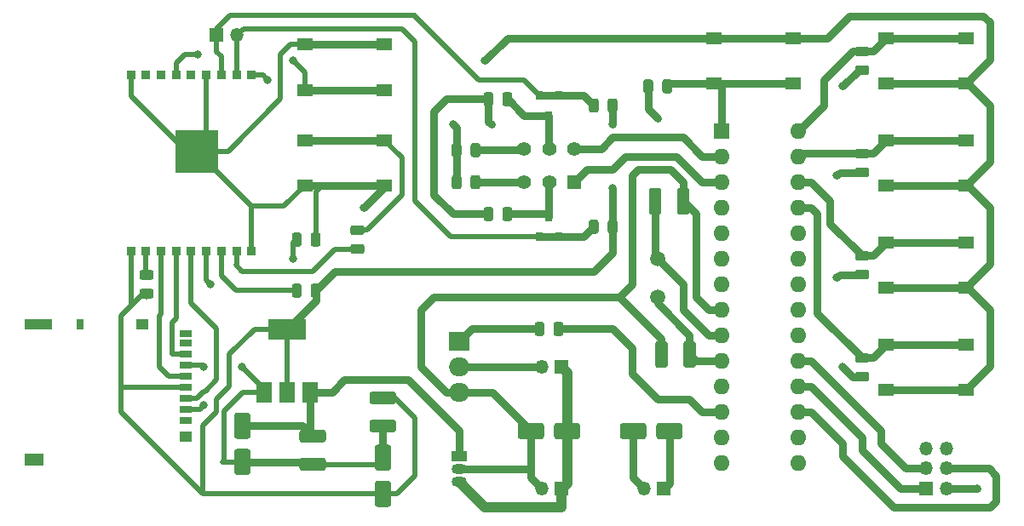
<source format=gbr>
%TF.GenerationSoftware,KiCad,Pcbnew,(5.1.6)-1*%
%TF.CreationDate,2020-08-22T17:33:05+07:00*%
%TF.ProjectId,PCB design,50434220-6465-4736-9967-6e2e6b696361,rev?*%
%TF.SameCoordinates,Original*%
%TF.FileFunction,Copper,L1,Top*%
%TF.FilePolarity,Positive*%
%FSLAX46Y46*%
G04 Gerber Fmt 4.6, Leading zero omitted, Abs format (unit mm)*
G04 Created by KiCad (PCBNEW (5.1.6)-1) date 2020-08-22 17:33:05*
%MOMM*%
%LPD*%
G01*
G04 APERTURE LIST*
%TA.AperFunction,SMDPad,CuDef*%
%ADD10R,1.550000X1.300000*%
%TD*%
%TA.AperFunction,ComponentPad*%
%ADD11C,1.500000*%
%TD*%
%TA.AperFunction,ComponentPad*%
%ADD12C,1.400000*%
%TD*%
%TA.AperFunction,ComponentPad*%
%ADD13R,1.400000X1.400000*%
%TD*%
%TA.AperFunction,ComponentPad*%
%ADD14O,1.350000X1.350000*%
%TD*%
%TA.AperFunction,ComponentPad*%
%ADD15R,1.350000X1.350000*%
%TD*%
%TA.AperFunction,ComponentPad*%
%ADD16O,2.000000X1.905000*%
%TD*%
%TA.AperFunction,ComponentPad*%
%ADD17R,2.000000X1.905000*%
%TD*%
%TA.AperFunction,SMDPad,CuDef*%
%ADD18R,0.800000X0.900000*%
%TD*%
%TA.AperFunction,SMDPad,CuDef*%
%ADD19R,1.900000X1.300000*%
%TD*%
%TA.AperFunction,SMDPad,CuDef*%
%ADD20R,2.800000X1.000000*%
%TD*%
%TA.AperFunction,SMDPad,CuDef*%
%ADD21R,0.800000X1.000000*%
%TD*%
%TA.AperFunction,SMDPad,CuDef*%
%ADD22R,1.200000X1.000000*%
%TD*%
%TA.AperFunction,SMDPad,CuDef*%
%ADD23R,1.200000X0.700000*%
%TD*%
%TA.AperFunction,ComponentPad*%
%ADD24R,1.500000X1.050000*%
%TD*%
%TA.AperFunction,ComponentPad*%
%ADD25O,1.500000X1.050000*%
%TD*%
%TA.AperFunction,SMDPad,CuDef*%
%ADD26R,1.500000X2.000000*%
%TD*%
%TA.AperFunction,SMDPad,CuDef*%
%ADD27R,3.800000X2.000000*%
%TD*%
%TA.AperFunction,ComponentPad*%
%ADD28O,1.600000X1.600000*%
%TD*%
%TA.AperFunction,ComponentPad*%
%ADD29R,1.600000X1.600000*%
%TD*%
%TA.AperFunction,SMDPad,CuDef*%
%ADD30R,4.300000X4.300000*%
%TD*%
%TA.AperFunction,SMDPad,CuDef*%
%ADD31R,0.912500X0.850000*%
%TD*%
%TA.AperFunction,ViaPad*%
%ADD32C,0.800000*%
%TD*%
%TA.AperFunction,Conductor*%
%ADD33C,0.760000*%
%TD*%
%TA.AperFunction,Conductor*%
%ADD34C,0.500000*%
%TD*%
%TA.AperFunction,Conductor*%
%ADD35C,1.000000*%
%TD*%
G04 APERTURE END LIST*
D10*
%TO.P,SW5,2*%
%TO.N,GND*%
X134150000Y-141950000D03*
%TO.P,SW5,1*%
%TO.N,/BUTTON2*%
X134150000Y-137450000D03*
X126200000Y-137450000D03*
%TO.P,SW5,2*%
%TO.N,GND*%
X126200000Y-141950000D03*
%TD*%
%TO.P,SW7,2*%
%TO.N,GND*%
X134150000Y-121630000D03*
%TO.P,SW7,1*%
%TO.N,/BUTTON4*%
X134150000Y-117130000D03*
X126200000Y-117130000D03*
%TO.P,SW7,2*%
%TO.N,GND*%
X126200000Y-121630000D03*
%TD*%
%TO.P,SW6,2*%
%TO.N,GND*%
X134150000Y-131790000D03*
%TO.P,SW6,1*%
%TO.N,/BUTTON3*%
X134150000Y-127290000D03*
X126200000Y-127290000D03*
%TO.P,SW6,2*%
%TO.N,GND*%
X126200000Y-131790000D03*
%TD*%
%TO.P,SW4,2*%
%TO.N,GND*%
X134150000Y-152110000D03*
%TO.P,SW4,1*%
%TO.N,/BUTTON1*%
X134150000Y-147610000D03*
X126200000Y-147610000D03*
%TO.P,SW4,2*%
%TO.N,GND*%
X126200000Y-152110000D03*
%TD*%
%TO.P,SW3,2*%
%TO.N,Net-(SW3-Pad2)*%
X76365000Y-122265000D03*
%TO.P,SW3,1*%
%TO.N,GND*%
X76365000Y-117765000D03*
X68415000Y-117765000D03*
%TO.P,SW3,2*%
%TO.N,Net-(SW3-Pad2)*%
X68415000Y-122265000D03*
%TD*%
%TO.P,SW2,2*%
%TO.N,GND*%
X76365000Y-131790000D03*
%TO.P,SW2,1*%
%TO.N,Net-(R3-Pad2)*%
X76365000Y-127290000D03*
X68415000Y-127290000D03*
%TO.P,SW2,2*%
%TO.N,GND*%
X68415000Y-131790000D03*
%TD*%
%TO.P,SW1,2*%
%TO.N,/RESET*%
X117005000Y-121630000D03*
%TO.P,SW1,1*%
%TO.N,GND*%
X117005000Y-117130000D03*
X109055000Y-117130000D03*
%TO.P,SW1,2*%
%TO.N,/RESET*%
X109055000Y-121630000D03*
%TD*%
%TO.P,D2,2*%
%TO.N,Net-(D2-Pad2)*%
%TA.AperFunction,SMDPad,CuDef*%
G36*
G01*
X84905000Y-128726250D02*
X84905000Y-127813750D01*
G75*
G02*
X85148750Y-127570000I243750J0D01*
G01*
X85636250Y-127570000D01*
G75*
G02*
X85880000Y-127813750I0J-243750D01*
G01*
X85880000Y-128726250D01*
G75*
G02*
X85636250Y-128970000I-243750J0D01*
G01*
X85148750Y-128970000D01*
G75*
G02*
X84905000Y-128726250I0J243750D01*
G01*
G37*
%TD.AperFunction*%
%TO.P,D2,1*%
%TO.N,GND*%
%TA.AperFunction,SMDPad,CuDef*%
G36*
G01*
X83030000Y-128726250D02*
X83030000Y-127813750D01*
G75*
G02*
X83273750Y-127570000I243750J0D01*
G01*
X83761250Y-127570000D01*
G75*
G02*
X84005000Y-127813750I0J-243750D01*
G01*
X84005000Y-128726250D01*
G75*
G02*
X83761250Y-128970000I-243750J0D01*
G01*
X83273750Y-128970000D01*
G75*
G02*
X83030000Y-128726250I0J243750D01*
G01*
G37*
%TD.AperFunction*%
%TD*%
%TO.P,D1,2*%
%TO.N,Net-(D1-Pad2)*%
%TA.AperFunction,SMDPad,CuDef*%
G36*
G01*
X84905000Y-131901250D02*
X84905000Y-130988750D01*
G75*
G02*
X85148750Y-130745000I243750J0D01*
G01*
X85636250Y-130745000D01*
G75*
G02*
X85880000Y-130988750I0J-243750D01*
G01*
X85880000Y-131901250D01*
G75*
G02*
X85636250Y-132145000I-243750J0D01*
G01*
X85148750Y-132145000D01*
G75*
G02*
X84905000Y-131901250I0J243750D01*
G01*
G37*
%TD.AperFunction*%
%TO.P,D1,1*%
%TO.N,GND*%
%TA.AperFunction,SMDPad,CuDef*%
G36*
G01*
X83030000Y-131901250D02*
X83030000Y-130988750D01*
G75*
G02*
X83273750Y-130745000I243750J0D01*
G01*
X83761250Y-130745000D01*
G75*
G02*
X84005000Y-130988750I0J-243750D01*
G01*
X84005000Y-131901250D01*
G75*
G02*
X83761250Y-132145000I-243750J0D01*
G01*
X83273750Y-132145000D01*
G75*
G02*
X83030000Y-131901250I0J243750D01*
G01*
G37*
%TD.AperFunction*%
%TD*%
%TO.P,C8,2*%
%TO.N,GND*%
%TA.AperFunction,SMDPad,CuDef*%
G36*
G01*
X76750000Y-160155000D02*
X75650000Y-160155000D01*
G75*
G02*
X75400000Y-159905000I0J250000D01*
G01*
X75400000Y-157805000D01*
G75*
G02*
X75650000Y-157555000I250000J0D01*
G01*
X76750000Y-157555000D01*
G75*
G02*
X77000000Y-157805000I0J-250000D01*
G01*
X77000000Y-159905000D01*
G75*
G02*
X76750000Y-160155000I-250000J0D01*
G01*
G37*
%TD.AperFunction*%
%TO.P,C8,1*%
%TO.N,+3V3*%
%TA.AperFunction,SMDPad,CuDef*%
G36*
G01*
X76750000Y-163755000D02*
X75650000Y-163755000D01*
G75*
G02*
X75400000Y-163505000I0J250000D01*
G01*
X75400000Y-161405000D01*
G75*
G02*
X75650000Y-161155000I250000J0D01*
G01*
X76750000Y-161155000D01*
G75*
G02*
X77000000Y-161405000I0J-250000D01*
G01*
X77000000Y-163505000D01*
G75*
G02*
X76750000Y-163755000I-250000J0D01*
G01*
G37*
%TD.AperFunction*%
%TD*%
%TO.P,C7,2*%
%TO.N,GND*%
%TA.AperFunction,SMDPad,CuDef*%
G36*
G01*
X102370000Y-155660000D02*
X102370000Y-156760000D01*
G75*
G02*
X102120000Y-157010000I-250000J0D01*
G01*
X100020000Y-157010000D01*
G75*
G02*
X99770000Y-156760000I0J250000D01*
G01*
X99770000Y-155660000D01*
G75*
G02*
X100020000Y-155410000I250000J0D01*
G01*
X102120000Y-155410000D01*
G75*
G02*
X102370000Y-155660000I0J-250000D01*
G01*
G37*
%TD.AperFunction*%
%TO.P,C7,1*%
%TO.N,+5V*%
%TA.AperFunction,SMDPad,CuDef*%
G36*
G01*
X105970000Y-155660000D02*
X105970000Y-156760000D01*
G75*
G02*
X105720000Y-157010000I-250000J0D01*
G01*
X103620000Y-157010000D01*
G75*
G02*
X103370000Y-156760000I0J250000D01*
G01*
X103370000Y-155660000D01*
G75*
G02*
X103620000Y-155410000I250000J0D01*
G01*
X105720000Y-155410000D01*
G75*
G02*
X105970000Y-155660000I0J-250000D01*
G01*
G37*
%TD.AperFunction*%
%TD*%
%TO.P,C5,2*%
%TO.N,GND*%
%TA.AperFunction,SMDPad,CuDef*%
G36*
G01*
X92210000Y-155660000D02*
X92210000Y-156760000D01*
G75*
G02*
X91960000Y-157010000I-250000J0D01*
G01*
X89860000Y-157010000D01*
G75*
G02*
X89610000Y-156760000I0J250000D01*
G01*
X89610000Y-155660000D01*
G75*
G02*
X89860000Y-155410000I250000J0D01*
G01*
X91960000Y-155410000D01*
G75*
G02*
X92210000Y-155660000I0J-250000D01*
G01*
G37*
%TD.AperFunction*%
%TO.P,C5,1*%
%TO.N,+24V*%
%TA.AperFunction,SMDPad,CuDef*%
G36*
G01*
X95810000Y-155660000D02*
X95810000Y-156760000D01*
G75*
G02*
X95560000Y-157010000I-250000J0D01*
G01*
X93460000Y-157010000D01*
G75*
G02*
X93210000Y-156760000I0J250000D01*
G01*
X93210000Y-155660000D01*
G75*
G02*
X93460000Y-155410000I250000J0D01*
G01*
X95560000Y-155410000D01*
G75*
G02*
X95810000Y-155660000I0J-250000D01*
G01*
G37*
%TD.AperFunction*%
%TD*%
%TO.P,C3,2*%
%TO.N,GND*%
%TA.AperFunction,SMDPad,CuDef*%
G36*
G01*
X61680000Y-157980000D02*
X62780000Y-157980000D01*
G75*
G02*
X63030000Y-158230000I0J-250000D01*
G01*
X63030000Y-160330000D01*
G75*
G02*
X62780000Y-160580000I-250000J0D01*
G01*
X61680000Y-160580000D01*
G75*
G02*
X61430000Y-160330000I0J250000D01*
G01*
X61430000Y-158230000D01*
G75*
G02*
X61680000Y-157980000I250000J0D01*
G01*
G37*
%TD.AperFunction*%
%TO.P,C3,1*%
%TO.N,+5V*%
%TA.AperFunction,SMDPad,CuDef*%
G36*
G01*
X61680000Y-154380000D02*
X62780000Y-154380000D01*
G75*
G02*
X63030000Y-154630000I0J-250000D01*
G01*
X63030000Y-156730000D01*
G75*
G02*
X62780000Y-156980000I-250000J0D01*
G01*
X61680000Y-156980000D01*
G75*
G02*
X61430000Y-156730000I0J250000D01*
G01*
X61430000Y-154630000D01*
G75*
G02*
X61680000Y-154380000I250000J0D01*
G01*
G37*
%TD.AperFunction*%
%TD*%
D11*
%TO.P,Y1,2*%
%TO.N,Net-(C1-Pad1)*%
X103505000Y-139075000D03*
%TO.P,Y1,1*%
%TO.N,Net-(C2-Pad1)*%
X103505000Y-142875000D03*
%TD*%
%TO.P,R14,2*%
%TO.N,/BUTTON4*%
%TA.AperFunction,SMDPad,CuDef*%
G36*
G01*
X124281250Y-118930000D02*
X123368750Y-118930000D01*
G75*
G02*
X123125000Y-118686250I0J243750D01*
G01*
X123125000Y-118198750D01*
G75*
G02*
X123368750Y-117955000I243750J0D01*
G01*
X124281250Y-117955000D01*
G75*
G02*
X124525000Y-118198750I0J-243750D01*
G01*
X124525000Y-118686250D01*
G75*
G02*
X124281250Y-118930000I-243750J0D01*
G01*
G37*
%TD.AperFunction*%
%TO.P,R14,1*%
%TO.N,+5V*%
%TA.AperFunction,SMDPad,CuDef*%
G36*
G01*
X124281250Y-120805000D02*
X123368750Y-120805000D01*
G75*
G02*
X123125000Y-120561250I0J243750D01*
G01*
X123125000Y-120073750D01*
G75*
G02*
X123368750Y-119830000I243750J0D01*
G01*
X124281250Y-119830000D01*
G75*
G02*
X124525000Y-120073750I0J-243750D01*
G01*
X124525000Y-120561250D01*
G75*
G02*
X124281250Y-120805000I-243750J0D01*
G01*
G37*
%TD.AperFunction*%
%TD*%
%TO.P,R13,2*%
%TO.N,/BUTTON3*%
%TA.AperFunction,SMDPad,CuDef*%
G36*
G01*
X124281250Y-129090000D02*
X123368750Y-129090000D01*
G75*
G02*
X123125000Y-128846250I0J243750D01*
G01*
X123125000Y-128358750D01*
G75*
G02*
X123368750Y-128115000I243750J0D01*
G01*
X124281250Y-128115000D01*
G75*
G02*
X124525000Y-128358750I0J-243750D01*
G01*
X124525000Y-128846250D01*
G75*
G02*
X124281250Y-129090000I-243750J0D01*
G01*
G37*
%TD.AperFunction*%
%TO.P,R13,1*%
%TO.N,+5V*%
%TA.AperFunction,SMDPad,CuDef*%
G36*
G01*
X124281250Y-130965000D02*
X123368750Y-130965000D01*
G75*
G02*
X123125000Y-130721250I0J243750D01*
G01*
X123125000Y-130233750D01*
G75*
G02*
X123368750Y-129990000I243750J0D01*
G01*
X124281250Y-129990000D01*
G75*
G02*
X124525000Y-130233750I0J-243750D01*
G01*
X124525000Y-130721250D01*
G75*
G02*
X124281250Y-130965000I-243750J0D01*
G01*
G37*
%TD.AperFunction*%
%TD*%
%TO.P,R12,2*%
%TO.N,/BUTTON2*%
%TA.AperFunction,SMDPad,CuDef*%
G36*
G01*
X124281250Y-139250000D02*
X123368750Y-139250000D01*
G75*
G02*
X123125000Y-139006250I0J243750D01*
G01*
X123125000Y-138518750D01*
G75*
G02*
X123368750Y-138275000I243750J0D01*
G01*
X124281250Y-138275000D01*
G75*
G02*
X124525000Y-138518750I0J-243750D01*
G01*
X124525000Y-139006250D01*
G75*
G02*
X124281250Y-139250000I-243750J0D01*
G01*
G37*
%TD.AperFunction*%
%TO.P,R12,1*%
%TO.N,+5V*%
%TA.AperFunction,SMDPad,CuDef*%
G36*
G01*
X124281250Y-141125000D02*
X123368750Y-141125000D01*
G75*
G02*
X123125000Y-140881250I0J243750D01*
G01*
X123125000Y-140393750D01*
G75*
G02*
X123368750Y-140150000I243750J0D01*
G01*
X124281250Y-140150000D01*
G75*
G02*
X124525000Y-140393750I0J-243750D01*
G01*
X124525000Y-140881250D01*
G75*
G02*
X124281250Y-141125000I-243750J0D01*
G01*
G37*
%TD.AperFunction*%
%TD*%
%TO.P,R11,2*%
%TO.N,/BUTTON1*%
%TA.AperFunction,SMDPad,CuDef*%
G36*
G01*
X124281250Y-149410000D02*
X123368750Y-149410000D01*
G75*
G02*
X123125000Y-149166250I0J243750D01*
G01*
X123125000Y-148678750D01*
G75*
G02*
X123368750Y-148435000I243750J0D01*
G01*
X124281250Y-148435000D01*
G75*
G02*
X124525000Y-148678750I0J-243750D01*
G01*
X124525000Y-149166250D01*
G75*
G02*
X124281250Y-149410000I-243750J0D01*
G01*
G37*
%TD.AperFunction*%
%TO.P,R11,1*%
%TO.N,+5V*%
%TA.AperFunction,SMDPad,CuDef*%
G36*
G01*
X124281250Y-151285000D02*
X123368750Y-151285000D01*
G75*
G02*
X123125000Y-151041250I0J243750D01*
G01*
X123125000Y-150553750D01*
G75*
G02*
X123368750Y-150310000I243750J0D01*
G01*
X124281250Y-150310000D01*
G75*
G02*
X124525000Y-150553750I0J-243750D01*
G01*
X124525000Y-151041250D01*
G75*
G02*
X124281250Y-151285000I-243750J0D01*
G01*
G37*
%TD.AperFunction*%
%TD*%
%TO.P,R10,2*%
%TO.N,Net-(Q3-Pad1)*%
%TA.AperFunction,SMDPad,CuDef*%
G36*
G01*
X92260000Y-145593750D02*
X92260000Y-146506250D01*
G75*
G02*
X92016250Y-146750000I-243750J0D01*
G01*
X91528750Y-146750000D01*
G75*
G02*
X91285000Y-146506250I0J243750D01*
G01*
X91285000Y-145593750D01*
G75*
G02*
X91528750Y-145350000I243750J0D01*
G01*
X92016250Y-145350000D01*
G75*
G02*
X92260000Y-145593750I0J-243750D01*
G01*
G37*
%TD.AperFunction*%
%TO.P,R10,1*%
%TO.N,/PWM*%
%TA.AperFunction,SMDPad,CuDef*%
G36*
G01*
X94135000Y-145593750D02*
X94135000Y-146506250D01*
G75*
G02*
X93891250Y-146750000I-243750J0D01*
G01*
X93403750Y-146750000D01*
G75*
G02*
X93160000Y-146506250I0J243750D01*
G01*
X93160000Y-145593750D01*
G75*
G02*
X93403750Y-145350000I243750J0D01*
G01*
X93891250Y-145350000D01*
G75*
G02*
X94135000Y-145593750I0J-243750D01*
G01*
G37*
%TD.AperFunction*%
%TD*%
%TO.P,R9,2*%
%TO.N,Net-(Q2-Pad3)*%
%TA.AperFunction,SMDPad,CuDef*%
G36*
G01*
X88080000Y-135076250D02*
X88080000Y-134163750D01*
G75*
G02*
X88323750Y-133920000I243750J0D01*
G01*
X88811250Y-133920000D01*
G75*
G02*
X89055000Y-134163750I0J-243750D01*
G01*
X89055000Y-135076250D01*
G75*
G02*
X88811250Y-135320000I-243750J0D01*
G01*
X88323750Y-135320000D01*
G75*
G02*
X88080000Y-135076250I0J243750D01*
G01*
G37*
%TD.AperFunction*%
%TO.P,R9,1*%
%TO.N,+5V*%
%TA.AperFunction,SMDPad,CuDef*%
G36*
G01*
X86205000Y-135076250D02*
X86205000Y-134163750D01*
G75*
G02*
X86448750Y-133920000I243750J0D01*
G01*
X86936250Y-133920000D01*
G75*
G02*
X87180000Y-134163750I0J-243750D01*
G01*
X87180000Y-135076250D01*
G75*
G02*
X86936250Y-135320000I-243750J0D01*
G01*
X86448750Y-135320000D01*
G75*
G02*
X86205000Y-135076250I0J243750D01*
G01*
G37*
%TD.AperFunction*%
%TD*%
%TO.P,R8,2*%
%TO.N,/RX_ESP*%
%TA.AperFunction,SMDPad,CuDef*%
G36*
G01*
X97642500Y-135433750D02*
X97642500Y-136346250D01*
G75*
G02*
X97398750Y-136590000I-243750J0D01*
G01*
X96911250Y-136590000D01*
G75*
G02*
X96667500Y-136346250I0J243750D01*
G01*
X96667500Y-135433750D01*
G75*
G02*
X96911250Y-135190000I243750J0D01*
G01*
X97398750Y-135190000D01*
G75*
G02*
X97642500Y-135433750I0J-243750D01*
G01*
G37*
%TD.AperFunction*%
%TO.P,R8,1*%
%TO.N,+3V3*%
%TA.AperFunction,SMDPad,CuDef*%
G36*
G01*
X99517500Y-135433750D02*
X99517500Y-136346250D01*
G75*
G02*
X99273750Y-136590000I-243750J0D01*
G01*
X98786250Y-136590000D01*
G75*
G02*
X98542500Y-136346250I0J243750D01*
G01*
X98542500Y-135433750D01*
G75*
G02*
X98786250Y-135190000I243750J0D01*
G01*
X99273750Y-135190000D01*
G75*
G02*
X99517500Y-135433750I0J-243750D01*
G01*
G37*
%TD.AperFunction*%
%TD*%
%TO.P,R7,2*%
%TO.N,Net-(Q1-Pad3)*%
%TA.AperFunction,SMDPad,CuDef*%
G36*
G01*
X88080000Y-123646250D02*
X88080000Y-122733750D01*
G75*
G02*
X88323750Y-122490000I243750J0D01*
G01*
X88811250Y-122490000D01*
G75*
G02*
X89055000Y-122733750I0J-243750D01*
G01*
X89055000Y-123646250D01*
G75*
G02*
X88811250Y-123890000I-243750J0D01*
G01*
X88323750Y-123890000D01*
G75*
G02*
X88080000Y-123646250I0J243750D01*
G01*
G37*
%TD.AperFunction*%
%TO.P,R7,1*%
%TO.N,+5V*%
%TA.AperFunction,SMDPad,CuDef*%
G36*
G01*
X86205000Y-123646250D02*
X86205000Y-122733750D01*
G75*
G02*
X86448750Y-122490000I243750J0D01*
G01*
X86936250Y-122490000D01*
G75*
G02*
X87180000Y-122733750I0J-243750D01*
G01*
X87180000Y-123646250D01*
G75*
G02*
X86936250Y-123890000I-243750J0D01*
G01*
X86448750Y-123890000D01*
G75*
G02*
X86205000Y-123646250I0J243750D01*
G01*
G37*
%TD.AperFunction*%
%TD*%
%TO.P,R6,2*%
%TO.N,/TX_ESP*%
%TA.AperFunction,SMDPad,CuDef*%
G36*
G01*
X97642500Y-123368750D02*
X97642500Y-124281250D01*
G75*
G02*
X97398750Y-124525000I-243750J0D01*
G01*
X96911250Y-124525000D01*
G75*
G02*
X96667500Y-124281250I0J243750D01*
G01*
X96667500Y-123368750D01*
G75*
G02*
X96911250Y-123125000I243750J0D01*
G01*
X97398750Y-123125000D01*
G75*
G02*
X97642500Y-123368750I0J-243750D01*
G01*
G37*
%TD.AperFunction*%
%TO.P,R6,1*%
%TO.N,+3V3*%
%TA.AperFunction,SMDPad,CuDef*%
G36*
G01*
X99517500Y-123368750D02*
X99517500Y-124281250D01*
G75*
G02*
X99273750Y-124525000I-243750J0D01*
G01*
X98786250Y-124525000D01*
G75*
G02*
X98542500Y-124281250I0J243750D01*
G01*
X98542500Y-123368750D01*
G75*
G02*
X98786250Y-123125000I243750J0D01*
G01*
X99273750Y-123125000D01*
G75*
G02*
X99517500Y-123368750I0J-243750D01*
G01*
G37*
%TD.AperFunction*%
%TD*%
%TO.P,R5,2*%
%TO.N,+3V3*%
%TA.AperFunction,SMDPad,CuDef*%
G36*
G01*
X69030000Y-142696250D02*
X69030000Y-141783750D01*
G75*
G02*
X69273750Y-141540000I243750J0D01*
G01*
X69761250Y-141540000D01*
G75*
G02*
X70005000Y-141783750I0J-243750D01*
G01*
X70005000Y-142696250D01*
G75*
G02*
X69761250Y-142940000I-243750J0D01*
G01*
X69273750Y-142940000D01*
G75*
G02*
X69030000Y-142696250I0J243750D01*
G01*
G37*
%TD.AperFunction*%
%TO.P,R5,1*%
%TO.N,Net-(R5-Pad1)*%
%TA.AperFunction,SMDPad,CuDef*%
G36*
G01*
X67155000Y-142696250D02*
X67155000Y-141783750D01*
G75*
G02*
X67398750Y-141540000I243750J0D01*
G01*
X67886250Y-141540000D01*
G75*
G02*
X68130000Y-141783750I0J-243750D01*
G01*
X68130000Y-142696250D01*
G75*
G02*
X67886250Y-142940000I-243750J0D01*
G01*
X67398750Y-142940000D01*
G75*
G02*
X67155000Y-142696250I0J243750D01*
G01*
G37*
%TD.AperFunction*%
%TD*%
%TO.P,R4,2*%
%TO.N,GND*%
%TA.AperFunction,SMDPad,CuDef*%
G36*
G01*
X69030000Y-137616250D02*
X69030000Y-136703750D01*
G75*
G02*
X69273750Y-136460000I243750J0D01*
G01*
X69761250Y-136460000D01*
G75*
G02*
X70005000Y-136703750I0J-243750D01*
G01*
X70005000Y-137616250D01*
G75*
G02*
X69761250Y-137860000I-243750J0D01*
G01*
X69273750Y-137860000D01*
G75*
G02*
X69030000Y-137616250I0J243750D01*
G01*
G37*
%TD.AperFunction*%
%TO.P,R4,1*%
%TO.N,Net-(R4-Pad1)*%
%TA.AperFunction,SMDPad,CuDef*%
G36*
G01*
X67155000Y-137616250D02*
X67155000Y-136703750D01*
G75*
G02*
X67398750Y-136460000I243750J0D01*
G01*
X67886250Y-136460000D01*
G75*
G02*
X68130000Y-136703750I0J-243750D01*
G01*
X68130000Y-137616250D01*
G75*
G02*
X67886250Y-137860000I-243750J0D01*
G01*
X67398750Y-137860000D01*
G75*
G02*
X67155000Y-137616250I0J243750D01*
G01*
G37*
%TD.AperFunction*%
%TD*%
%TO.P,R3,2*%
%TO.N,Net-(R3-Pad2)*%
%TA.AperFunction,SMDPad,CuDef*%
G36*
G01*
X74116250Y-136710000D02*
X73203750Y-136710000D01*
G75*
G02*
X72960000Y-136466250I0J243750D01*
G01*
X72960000Y-135978750D01*
G75*
G02*
X73203750Y-135735000I243750J0D01*
G01*
X74116250Y-135735000D01*
G75*
G02*
X74360000Y-135978750I0J-243750D01*
G01*
X74360000Y-136466250D01*
G75*
G02*
X74116250Y-136710000I-243750J0D01*
G01*
G37*
%TD.AperFunction*%
%TO.P,R3,1*%
%TO.N,Net-(R3-Pad1)*%
%TA.AperFunction,SMDPad,CuDef*%
G36*
G01*
X74116250Y-138585000D02*
X73203750Y-138585000D01*
G75*
G02*
X72960000Y-138341250I0J243750D01*
G01*
X72960000Y-137853750D01*
G75*
G02*
X73203750Y-137610000I243750J0D01*
G01*
X74116250Y-137610000D01*
G75*
G02*
X74360000Y-137853750I0J-243750D01*
G01*
X74360000Y-138341250D01*
G75*
G02*
X74116250Y-138585000I-243750J0D01*
G01*
G37*
%TD.AperFunction*%
%TD*%
%TO.P,R2,2*%
%TO.N,Net-(R2-Pad2)*%
%TA.AperFunction,SMDPad,CuDef*%
G36*
G01*
X53161250Y-141155000D02*
X52248750Y-141155000D01*
G75*
G02*
X52005000Y-140911250I0J243750D01*
G01*
X52005000Y-140423750D01*
G75*
G02*
X52248750Y-140180000I243750J0D01*
G01*
X53161250Y-140180000D01*
G75*
G02*
X53405000Y-140423750I0J-243750D01*
G01*
X53405000Y-140911250D01*
G75*
G02*
X53161250Y-141155000I-243750J0D01*
G01*
G37*
%TD.AperFunction*%
%TO.P,R2,1*%
%TO.N,+3V3*%
%TA.AperFunction,SMDPad,CuDef*%
G36*
G01*
X53161250Y-143030000D02*
X52248750Y-143030000D01*
G75*
G02*
X52005000Y-142786250I0J243750D01*
G01*
X52005000Y-142298750D01*
G75*
G02*
X52248750Y-142055000I243750J0D01*
G01*
X53161250Y-142055000D01*
G75*
G02*
X53405000Y-142298750I0J-243750D01*
G01*
X53405000Y-142786250D01*
G75*
G02*
X53161250Y-143030000I-243750J0D01*
G01*
G37*
%TD.AperFunction*%
%TD*%
%TO.P,R1,2*%
%TO.N,/RESET*%
%TA.AperFunction,SMDPad,CuDef*%
G36*
G01*
X103955000Y-122376250D02*
X103955000Y-121463750D01*
G75*
G02*
X104198750Y-121220000I243750J0D01*
G01*
X104686250Y-121220000D01*
G75*
G02*
X104930000Y-121463750I0J-243750D01*
G01*
X104930000Y-122376250D01*
G75*
G02*
X104686250Y-122620000I-243750J0D01*
G01*
X104198750Y-122620000D01*
G75*
G02*
X103955000Y-122376250I0J243750D01*
G01*
G37*
%TD.AperFunction*%
%TO.P,R1,1*%
%TO.N,+5V*%
%TA.AperFunction,SMDPad,CuDef*%
G36*
G01*
X102080000Y-122376250D02*
X102080000Y-121463750D01*
G75*
G02*
X102323750Y-121220000I243750J0D01*
G01*
X102811250Y-121220000D01*
G75*
G02*
X103055000Y-121463750I0J-243750D01*
G01*
X103055000Y-122376250D01*
G75*
G02*
X102811250Y-122620000I-243750J0D01*
G01*
X102323750Y-122620000D01*
G75*
G02*
X102080000Y-122376250I0J243750D01*
G01*
G37*
%TD.AperFunction*%
%TD*%
%TO.P,C6,2*%
%TO.N,GND*%
%TA.AperFunction,SMDPad,CuDef*%
G36*
G01*
X75125000Y-155080000D02*
X77275000Y-155080000D01*
G75*
G02*
X77525000Y-155330000I0J-250000D01*
G01*
X77525000Y-156080000D01*
G75*
G02*
X77275000Y-156330000I-250000J0D01*
G01*
X75125000Y-156330000D01*
G75*
G02*
X74875000Y-156080000I0J250000D01*
G01*
X74875000Y-155330000D01*
G75*
G02*
X75125000Y-155080000I250000J0D01*
G01*
G37*
%TD.AperFunction*%
%TO.P,C6,1*%
%TO.N,+3V3*%
%TA.AperFunction,SMDPad,CuDef*%
G36*
G01*
X75125000Y-152280000D02*
X77275000Y-152280000D01*
G75*
G02*
X77525000Y-152530000I0J-250000D01*
G01*
X77525000Y-153280000D01*
G75*
G02*
X77275000Y-153530000I-250000J0D01*
G01*
X75125000Y-153530000D01*
G75*
G02*
X74875000Y-153280000I0J250000D01*
G01*
X74875000Y-152530000D01*
G75*
G02*
X75125000Y-152280000I250000J0D01*
G01*
G37*
%TD.AperFunction*%
%TD*%
%TO.P,C4,2*%
%TO.N,GND*%
%TA.AperFunction,SMDPad,CuDef*%
G36*
G01*
X68140000Y-158890000D02*
X70290000Y-158890000D01*
G75*
G02*
X70540000Y-159140000I0J-250000D01*
G01*
X70540000Y-159890000D01*
G75*
G02*
X70290000Y-160140000I-250000J0D01*
G01*
X68140000Y-160140000D01*
G75*
G02*
X67890000Y-159890000I0J250000D01*
G01*
X67890000Y-159140000D01*
G75*
G02*
X68140000Y-158890000I250000J0D01*
G01*
G37*
%TD.AperFunction*%
%TO.P,C4,1*%
%TO.N,+5V*%
%TA.AperFunction,SMDPad,CuDef*%
G36*
G01*
X68140000Y-156090000D02*
X70290000Y-156090000D01*
G75*
G02*
X70540000Y-156340000I0J-250000D01*
G01*
X70540000Y-157090000D01*
G75*
G02*
X70290000Y-157340000I-250000J0D01*
G01*
X68140000Y-157340000D01*
G75*
G02*
X67890000Y-157090000I0J250000D01*
G01*
X67890000Y-156340000D01*
G75*
G02*
X68140000Y-156090000I250000J0D01*
G01*
G37*
%TD.AperFunction*%
%TD*%
%TO.P,C2,2*%
%TO.N,GND*%
%TA.AperFunction,SMDPad,CuDef*%
G36*
G01*
X104505000Y-147515000D02*
X104505000Y-149665000D01*
G75*
G02*
X104255000Y-149915000I-250000J0D01*
G01*
X103505000Y-149915000D01*
G75*
G02*
X103255000Y-149665000I0J250000D01*
G01*
X103255000Y-147515000D01*
G75*
G02*
X103505000Y-147265000I250000J0D01*
G01*
X104255000Y-147265000D01*
G75*
G02*
X104505000Y-147515000I0J-250000D01*
G01*
G37*
%TD.AperFunction*%
%TO.P,C2,1*%
%TO.N,Net-(C2-Pad1)*%
%TA.AperFunction,SMDPad,CuDef*%
G36*
G01*
X107305000Y-147515000D02*
X107305000Y-149665000D01*
G75*
G02*
X107055000Y-149915000I-250000J0D01*
G01*
X106305000Y-149915000D01*
G75*
G02*
X106055000Y-149665000I0J250000D01*
G01*
X106055000Y-147515000D01*
G75*
G02*
X106305000Y-147265000I250000J0D01*
G01*
X107055000Y-147265000D01*
G75*
G02*
X107305000Y-147515000I0J-250000D01*
G01*
G37*
%TD.AperFunction*%
%TD*%
%TO.P,C1,2*%
%TO.N,GND*%
%TA.AperFunction,SMDPad,CuDef*%
G36*
G01*
X105420000Y-134425000D02*
X105420000Y-132275000D01*
G75*
G02*
X105670000Y-132025000I250000J0D01*
G01*
X106420000Y-132025000D01*
G75*
G02*
X106670000Y-132275000I0J-250000D01*
G01*
X106670000Y-134425000D01*
G75*
G02*
X106420000Y-134675000I-250000J0D01*
G01*
X105670000Y-134675000D01*
G75*
G02*
X105420000Y-134425000I0J250000D01*
G01*
G37*
%TD.AperFunction*%
%TO.P,C1,1*%
%TO.N,Net-(C1-Pad1)*%
%TA.AperFunction,SMDPad,CuDef*%
G36*
G01*
X102620000Y-134425000D02*
X102620000Y-132275000D01*
G75*
G02*
X102870000Y-132025000I250000J0D01*
G01*
X103620000Y-132025000D01*
G75*
G02*
X103870000Y-132275000I0J-250000D01*
G01*
X103870000Y-134425000D01*
G75*
G02*
X103620000Y-134675000I-250000J0D01*
G01*
X102870000Y-134675000D01*
G75*
G02*
X102620000Y-134425000I0J250000D01*
G01*
G37*
%TD.AperFunction*%
%TD*%
D12*
%TO.P,SW8,6*%
%TO.N,Net-(D2-Pad2)*%
X90250000Y-128145000D03*
%TO.P,SW8,5*%
%TO.N,Net-(Q1-Pad3)*%
X92750000Y-128145000D03*
%TO.P,SW8,4*%
%TO.N,/RX_ATMEGA*%
X95250000Y-128145000D03*
%TO.P,SW8,3*%
%TO.N,Net-(D1-Pad2)*%
X90250000Y-131445000D03*
%TO.P,SW8,2*%
%TO.N,Net-(Q2-Pad3)*%
X92750000Y-131445000D03*
D13*
%TO.P,SW8,1*%
%TO.N,/TX_ATMEGA*%
X95250000Y-131445000D03*
%TD*%
D14*
%TO.P,J6,2*%
%TO.N,/RX_ESP*%
X61690000Y-116840000D03*
D15*
%TO.P,J6,1*%
%TO.N,/TX_ESP*%
X59690000Y-116840000D03*
%TD*%
D16*
%TO.P,Q3,3*%
%TO.N,GND*%
X83820000Y-152400000D03*
%TO.P,Q3,2*%
%TO.N,Net-(J5-Pad2)*%
X83820000Y-149860000D03*
D17*
%TO.P,Q3,1*%
%TO.N,Net-(Q3-Pad1)*%
X83820000Y-147320000D03*
%TD*%
D18*
%TO.P,Q2,3*%
%TO.N,Net-(Q2-Pad3)*%
X92710000Y-134890000D03*
%TO.P,Q2,2*%
%TO.N,/RX_ESP*%
X93660000Y-136890000D03*
%TO.P,Q2,1*%
X91760000Y-136890000D03*
%TD*%
%TO.P,Q1,3*%
%TO.N,Net-(Q1-Pad3)*%
X92710000Y-124825000D03*
%TO.P,Q1,2*%
%TO.N,/TX_ESP*%
X91760000Y-122825000D03*
%TO.P,Q1,1*%
X93660000Y-122825000D03*
%TD*%
D14*
%TO.P,J5,2*%
%TO.N,Net-(J5-Pad2)*%
X91980000Y-149860000D03*
D15*
%TO.P,J5,1*%
%TO.N,+24V*%
X93980000Y-149860000D03*
%TD*%
D19*
%TO.P,J4,11*%
%TO.N,N/C*%
X41520000Y-159075000D03*
D20*
X41970000Y-145575000D03*
D21*
%TO.P,J4,10*%
X46120000Y-145575000D03*
D22*
%TO.P,J4,11*%
X52320000Y-145575000D03*
X56620000Y-156725000D03*
D23*
%TO.P,J4,7*%
%TO.N,/MISO_ESP*%
X56620000Y-148575000D03*
%TO.P,J4,6*%
%TO.N,GND*%
X56620000Y-149675000D03*
%TO.P,J4,5*%
%TO.N,/SCLK_ESP*%
X56620000Y-150775000D03*
%TO.P,J4,4*%
%TO.N,+3V3*%
X56620000Y-151875000D03*
%TO.P,J4,3*%
%TO.N,/MOSI_ESP*%
X56620000Y-152975000D03*
%TO.P,J4,2*%
%TO.N,/SD_CS*%
X56620000Y-154075000D03*
%TO.P,J4,1*%
%TO.N,Net-(J4-Pad1)*%
X56620000Y-155175000D03*
%TO.P,J4,8*%
%TO.N,Net-(J4-Pad8)*%
X56620000Y-147475000D03*
%TO.P,J4,9*%
%TO.N,Net-(J4-Pad9)*%
X56620000Y-146525000D03*
%TD*%
D14*
%TO.P,J3,6*%
%TO.N,GND*%
X132175000Y-157925000D03*
%TO.P,J3,5*%
%TO.N,/RESET*%
X130175000Y-157925000D03*
%TO.P,J3,4*%
%TO.N,/MOSI*%
X132175000Y-159925000D03*
%TO.P,J3,3*%
%TO.N,/SCK*%
X130175000Y-159925000D03*
%TO.P,J3,2*%
%TO.N,+5V*%
X132175000Y-161925000D03*
D15*
%TO.P,J3,1*%
%TO.N,/MISO*%
X130175000Y-161925000D03*
%TD*%
D14*
%TO.P,J2,2*%
%TO.N,GND*%
X102140000Y-161925000D03*
D15*
%TO.P,J2,1*%
%TO.N,+5V*%
X104140000Y-161925000D03*
%TD*%
D14*
%TO.P,J1,2*%
%TO.N,GND*%
X91980000Y-161925000D03*
D15*
%TO.P,J1,1*%
%TO.N,+24V*%
X93980000Y-161925000D03*
%TD*%
D24*
%TO.P,U3,1*%
%TO.N,+5V*%
X83820000Y-158750000D03*
D25*
%TO.P,U3,3*%
%TO.N,+24V*%
X83820000Y-161290000D03*
%TO.P,U3,2*%
%TO.N,GND*%
X83820000Y-160020000D03*
%TD*%
D26*
%TO.P,U1,1*%
%TO.N,GND*%
X64375000Y-152375000D03*
%TO.P,U1,3*%
%TO.N,+5V*%
X68975000Y-152375000D03*
%TO.P,U1,2*%
%TO.N,+3V3*%
X66675000Y-152375000D03*
D27*
X66675000Y-146075000D03*
%TD*%
D28*
%TO.P,U4,28*%
%TO.N,/BUTTON4*%
X117475000Y-126365000D03*
%TO.P,U4,14*%
%TO.N,Net-(U4-Pad14)*%
X109855000Y-159385000D03*
%TO.P,U4,27*%
%TO.N,/BUTTON3*%
X117475000Y-128905000D03*
%TO.P,U4,13*%
%TO.N,Net-(U4-Pad13)*%
X109855000Y-156845000D03*
%TO.P,U4,26*%
%TO.N,/BUTTON2*%
X117475000Y-131445000D03*
%TO.P,U4,12*%
%TO.N,/PWM*%
X109855000Y-154305000D03*
%TO.P,U4,25*%
%TO.N,/BUTTON1*%
X117475000Y-133985000D03*
%TO.P,U4,11*%
%TO.N,Net-(U4-Pad11)*%
X109855000Y-151765000D03*
%TO.P,U4,24*%
%TO.N,Net-(U4-Pad24)*%
X117475000Y-136525000D03*
%TO.P,U4,10*%
%TO.N,Net-(C2-Pad1)*%
X109855000Y-149225000D03*
%TO.P,U4,23*%
%TO.N,Net-(U4-Pad23)*%
X117475000Y-139065000D03*
%TO.P,U4,9*%
%TO.N,Net-(C1-Pad1)*%
X109855000Y-146685000D03*
%TO.P,U4,22*%
%TO.N,GND*%
X117475000Y-141605000D03*
%TO.P,U4,8*%
X109855000Y-144145000D03*
%TO.P,U4,21*%
%TO.N,Net-(U4-Pad21)*%
X117475000Y-144145000D03*
%TO.P,U4,7*%
%TO.N,+5V*%
X109855000Y-141605000D03*
%TO.P,U4,20*%
X117475000Y-146685000D03*
%TO.P,U4,6*%
%TO.N,Net-(U4-Pad6)*%
X109855000Y-139065000D03*
%TO.P,U4,19*%
%TO.N,/SCK*%
X117475000Y-149225000D03*
%TO.P,U4,5*%
%TO.N,Net-(U4-Pad5)*%
X109855000Y-136525000D03*
%TO.P,U4,18*%
%TO.N,/MISO*%
X117475000Y-151765000D03*
%TO.P,U4,4*%
%TO.N,Net-(U4-Pad4)*%
X109855000Y-133985000D03*
%TO.P,U4,17*%
%TO.N,/MOSI*%
X117475000Y-154305000D03*
%TO.P,U4,3*%
%TO.N,/TX_ATMEGA*%
X109855000Y-131445000D03*
%TO.P,U4,16*%
%TO.N,Net-(U4-Pad16)*%
X117475000Y-156845000D03*
%TO.P,U4,2*%
%TO.N,/RX_ATMEGA*%
X109855000Y-128905000D03*
%TO.P,U4,15*%
%TO.N,Net-(U4-Pad15)*%
X117475000Y-159385000D03*
D29*
%TO.P,U4,1*%
%TO.N,/RESET*%
X109855000Y-126365000D03*
%TD*%
D30*
%TO.P,U2,19*%
%TO.N,GND*%
X57730000Y-128420000D03*
D31*
%TO.P,U2,1*%
%TO.N,+3V3*%
X51150000Y-138277500D03*
%TO.P,U2,2*%
%TO.N,Net-(R2-Pad2)*%
X52650000Y-138277500D03*
%TO.P,U2,3*%
%TO.N,/SCLK_ESP*%
X54150000Y-138277500D03*
%TO.P,U2,4*%
%TO.N,/MISO_ESP*%
X55650000Y-138277500D03*
%TO.P,U2,5*%
%TO.N,/MOSI_ESP*%
X57150000Y-138277500D03*
%TO.P,U2,6*%
%TO.N,Net-(R4-Pad1)*%
X58650000Y-138277500D03*
%TO.P,U2,7*%
%TO.N,Net-(R5-Pad1)*%
X60150000Y-138277500D03*
%TO.P,U2,8*%
%TO.N,Net-(R3-Pad1)*%
X61650000Y-138277500D03*
%TO.P,U2,9*%
%TO.N,GND*%
X63150000Y-138277500D03*
%TO.P,U2,10*%
%TO.N,/SD_CS*%
X63150000Y-120802500D03*
%TO.P,U2,11*%
%TO.N,/RX_ESP*%
X61650000Y-120802500D03*
%TO.P,U2,12*%
%TO.N,/TX_ESP*%
X60150000Y-120802500D03*
%TO.P,U2,13*%
%TO.N,GND*%
X58650000Y-120802500D03*
%TO.P,U2,14*%
%TO.N,Net-(U2-Pad14)*%
X57150000Y-120802500D03*
%TO.P,U2,15*%
%TO.N,Net-(SW3-Pad2)*%
X55650000Y-120802500D03*
%TO.P,U2,16*%
%TO.N,Net-(U2-Pad16)*%
X54150000Y-120802500D03*
%TO.P,U2,17*%
%TO.N,Net-(U2-Pad17)*%
X52650000Y-120802500D03*
%TO.P,U2,18*%
%TO.N,GND*%
X51150000Y-120802500D03*
%TD*%
D32*
%TO.N,GND*%
X58420000Y-149860000D03*
X62230000Y-149860000D03*
X83185000Y-125730000D03*
X74295000Y-133985000D03*
X86360000Y-119380000D03*
%TO.N,+5V*%
X135255000Y-161925000D03*
X121920000Y-149860000D03*
X121285000Y-140970000D03*
X121285000Y-130810000D03*
X121920000Y-121920000D03*
X103505000Y-125095000D03*
X86995000Y-125730000D03*
%TO.N,+3V3*%
X99060000Y-125730000D03*
X99060000Y-132080000D03*
%TO.N,Net-(R4-Pad1)*%
X59055000Y-141605000D03*
X67310000Y-139065000D03*
%TO.N,/SD_CS*%
X58420000Y-153670000D03*
X64770000Y-121285000D03*
%TO.N,Net-(SW3-Pad2)*%
X57785000Y-118745000D03*
X67310000Y-119380000D03*
%TD*%
D33*
%TO.N,Net-(C2-Pad1)*%
X103375000Y-143005000D02*
X103505000Y-142875000D01*
X109855000Y-149225000D02*
X109220000Y-149225000D01*
X107315000Y-149225000D02*
X106680000Y-148590000D01*
X109855000Y-149225000D02*
X107315000Y-149225000D01*
X106680000Y-148590000D02*
X106680000Y-146685000D01*
X103505000Y-143510000D02*
X103505000Y-142875000D01*
X106680000Y-146685000D02*
X103505000Y-143510000D01*
%TO.N,Net-(C1-Pad1)*%
X103245000Y-138815000D02*
X103505000Y-139075000D01*
X103245000Y-133350000D02*
X103245000Y-138815000D01*
X106045000Y-141615000D02*
X103505000Y-139075000D01*
X106045000Y-144145000D02*
X106045000Y-141615000D01*
X109855000Y-146685000D02*
X108585000Y-146685000D01*
X108585000Y-146685000D02*
X106045000Y-144145000D01*
%TO.N,GND*%
X126200000Y-121630000D02*
X134150000Y-121630000D01*
X126200000Y-131790000D02*
X134150000Y-131790000D01*
X126200000Y-141950000D02*
X134150000Y-141950000D01*
X68980000Y-159280000D02*
X69215000Y-159515000D01*
X62230000Y-159280000D02*
X68980000Y-159280000D01*
X90910000Y-160855000D02*
X91980000Y-161925000D01*
X83820000Y-160020000D02*
X90805000Y-160020000D01*
X90910000Y-156210000D02*
X90910000Y-158645000D01*
X90910000Y-158645000D02*
X90910000Y-160855000D01*
X101070000Y-160855000D02*
X102140000Y-161925000D01*
X101070000Y-156210000D02*
X101070000Y-160855000D01*
X68415000Y-117765000D02*
X76365000Y-117765000D01*
X68415000Y-131790000D02*
X69505000Y-131790000D01*
X87100000Y-152400000D02*
X90910000Y-156210000D01*
X83820000Y-152400000D02*
X87100000Y-152400000D01*
X83517500Y-131445000D02*
X83517500Y-128270000D01*
D34*
X69517500Y-131802500D02*
X69505000Y-131790000D01*
X68415000Y-117765000D02*
X67655000Y-117765000D01*
D33*
X109055000Y-117130000D02*
X117005000Y-117130000D01*
X126200000Y-152110000D02*
X134150000Y-152110000D01*
X76200000Y-155705000D02*
X76200000Y-158855000D01*
D34*
X75540000Y-159515000D02*
X76200000Y-158855000D01*
X69215000Y-159515000D02*
X75540000Y-159515000D01*
X58650000Y-127500000D02*
X57730000Y-128420000D01*
X58650000Y-120802500D02*
X58650000Y-127500000D01*
X57730000Y-128420000D02*
X56665000Y-128420000D01*
X51150000Y-122905000D02*
X51150000Y-120802500D01*
X56665000Y-128420000D02*
X51150000Y-122905000D01*
X63150000Y-133840000D02*
X57730000Y-128420000D01*
X63150000Y-138277500D02*
X63150000Y-133840000D01*
X66365000Y-133840000D02*
X68415000Y-131790000D01*
X63150000Y-133840000D02*
X66365000Y-133840000D01*
X69517500Y-132412500D02*
X70140000Y-131790000D01*
X69517500Y-137160000D02*
X69517500Y-132412500D01*
D33*
X69505000Y-131790000D02*
X70140000Y-131790000D01*
X70140000Y-131790000D02*
X76365000Y-131790000D01*
X103880000Y-148590000D02*
X103880000Y-147060000D01*
X103880000Y-147060000D02*
X99695000Y-142875000D01*
X99695000Y-142875000D02*
X81280000Y-142875000D01*
X81280000Y-142875000D02*
X80010000Y-144145000D01*
X80010000Y-144145000D02*
X80010000Y-149860000D01*
X82550000Y-152400000D02*
X83820000Y-152400000D01*
X80010000Y-149860000D02*
X82550000Y-152400000D01*
D34*
X56620000Y-149675000D02*
X58235000Y-149675000D01*
X58235000Y-149675000D02*
X58420000Y-149860000D01*
X64375000Y-152375000D02*
X64375000Y-152005000D01*
X64375000Y-152005000D02*
X62230000Y-149860000D01*
X67020000Y-117765000D02*
X68415000Y-117765000D01*
X66040000Y-118745000D02*
X67020000Y-117765000D01*
X57730000Y-128420000D02*
X60810000Y-128420000D01*
X66040000Y-123190000D02*
X66040000Y-118745000D01*
X60810000Y-128420000D02*
X66040000Y-123190000D01*
X62230000Y-159280000D02*
X60220000Y-159280000D01*
X60220000Y-159280000D02*
X60390010Y-159109990D01*
X60390010Y-159109990D02*
X60390010Y-154239990D01*
X62255000Y-152375000D02*
X64375000Y-152375000D01*
X60390010Y-154239990D02*
X62255000Y-152375000D01*
D33*
X106045000Y-133350000D02*
X106045000Y-131445000D01*
X106045000Y-131445000D02*
X104775000Y-130175000D01*
X104775000Y-130175000D02*
X101600000Y-130175000D01*
X101600000Y-130175000D02*
X100965000Y-130810000D01*
X100965000Y-141605000D02*
X99695000Y-142875000D01*
X100965000Y-130810000D02*
X100965000Y-141605000D01*
X117005000Y-117130000D02*
X120360000Y-117130000D01*
X120360000Y-117130000D02*
X122555000Y-114935000D01*
X122555000Y-114935000D02*
X135890000Y-114935000D01*
X135890000Y-114935000D02*
X136525000Y-115570000D01*
X136525000Y-119255000D02*
X134150000Y-121630000D01*
X136525000Y-115570000D02*
X136525000Y-119255000D01*
X134150000Y-121630000D02*
X134330000Y-121630000D01*
X134330000Y-121630000D02*
X136525000Y-123825000D01*
X136525000Y-129415000D02*
X134150000Y-131790000D01*
X136525000Y-123825000D02*
X136525000Y-129415000D01*
X134150000Y-131790000D02*
X134330000Y-131790000D01*
X134330000Y-131790000D02*
X136525000Y-133985000D01*
X136525000Y-139575000D02*
X134150000Y-141950000D01*
X136525000Y-133985000D02*
X136525000Y-139575000D01*
X134150000Y-141950000D02*
X134330000Y-141950000D01*
X134330000Y-141950000D02*
X136525000Y-144145000D01*
X136525000Y-149735000D02*
X134150000Y-152110000D01*
X136525000Y-144145000D02*
X136525000Y-149735000D01*
X83517500Y-128270000D02*
X83517500Y-126062500D01*
X83517500Y-126062500D02*
X83185000Y-125730000D01*
X109855000Y-144145000D02*
X108585000Y-144145000D01*
X108585000Y-144145000D02*
X107315000Y-142875000D01*
X107315000Y-134620000D02*
X106045000Y-133350000D01*
X107315000Y-142875000D02*
X107315000Y-134620000D01*
X76365000Y-131790000D02*
X76365000Y-131915000D01*
X76365000Y-131915000D02*
X74295000Y-133985000D01*
X109055000Y-117130000D02*
X88610000Y-117130000D01*
X88610000Y-117130000D02*
X86360000Y-119380000D01*
%TO.N,+5V*%
X68180000Y-155680000D02*
X69215000Y-156715000D01*
X62230000Y-155680000D02*
X68180000Y-155680000D01*
X68975000Y-156475000D02*
X69215000Y-156715000D01*
X68975000Y-152375000D02*
X68975000Y-156475000D01*
X104670000Y-161395000D02*
X104140000Y-161925000D01*
X104670000Y-156210000D02*
X104670000Y-161395000D01*
X68975000Y-152375000D02*
X71145000Y-152375000D01*
X71145000Y-152375000D02*
X72390000Y-151130000D01*
X72390000Y-151130000D02*
X78740000Y-151130000D01*
X83820000Y-156210000D02*
X83820000Y-158750000D01*
X78740000Y-151130000D02*
X83820000Y-156210000D01*
X132175000Y-161925000D02*
X135255000Y-161925000D01*
X123825000Y-150797500D02*
X122857500Y-150797500D01*
X122857500Y-150797500D02*
X121920000Y-149860000D01*
X123825000Y-140637500D02*
X121617500Y-140637500D01*
X121617500Y-140637500D02*
X121285000Y-140970000D01*
X123825000Y-130477500D02*
X121617500Y-130477500D01*
X121617500Y-130477500D02*
X121285000Y-130810000D01*
X123825000Y-120317500D02*
X123522500Y-120317500D01*
X123522500Y-120317500D02*
X121920000Y-121920000D01*
X86692500Y-134620000D02*
X83185000Y-134620000D01*
X83185000Y-134620000D02*
X81280000Y-132715000D01*
X81280000Y-132715000D02*
X81280000Y-124460000D01*
X82550000Y-123190000D02*
X86692500Y-123190000D01*
X81280000Y-124460000D02*
X82550000Y-123190000D01*
X102567500Y-121920000D02*
X102567500Y-124157500D01*
X102567500Y-124157500D02*
X103505000Y-125095000D01*
X86692500Y-123190000D02*
X86692500Y-125427500D01*
X86692500Y-125427500D02*
X86995000Y-125730000D01*
%TO.N,/RESET*%
X104732500Y-121630000D02*
X104442500Y-121920000D01*
X109055000Y-121630000D02*
X104732500Y-121630000D01*
X109855000Y-121920000D02*
X110145000Y-121630000D01*
X109855000Y-126365000D02*
X109855000Y-121920000D01*
X109055000Y-121630000D02*
X110145000Y-121630000D01*
X110145000Y-121630000D02*
X117005000Y-121630000D01*
D34*
%TO.N,+3V3*%
X52705000Y-142875000D02*
X52705000Y-142542500D01*
D33*
X69517500Y-143232500D02*
X66675000Y-146075000D01*
X69517500Y-142240000D02*
X69517500Y-143232500D01*
D34*
X76200000Y-152905000D02*
X77340000Y-152905000D01*
X77340000Y-152905000D02*
X79375000Y-154940000D01*
X79375000Y-154940000D02*
X79375000Y-160655000D01*
X77575000Y-162455000D02*
X76200000Y-162455000D01*
X79375000Y-160655000D02*
X77575000Y-162455000D01*
X58315000Y-162455000D02*
X50165000Y-154305000D01*
X52402500Y-142542500D02*
X52705000Y-142542500D01*
X51150000Y-143795000D02*
X51117500Y-143827500D01*
X50165000Y-144780000D02*
X51117500Y-143827500D01*
X51150000Y-138277500D02*
X51150000Y-143795000D01*
X51117500Y-143827500D02*
X52402500Y-142542500D01*
X50275000Y-151875000D02*
X50165000Y-151765000D01*
X56620000Y-151875000D02*
X50275000Y-151875000D01*
X50165000Y-154305000D02*
X50165000Y-151765000D01*
X50165000Y-151765000D02*
X50165000Y-144780000D01*
X66675000Y-146075000D02*
X66675000Y-152375000D01*
X66675000Y-146075000D02*
X63475000Y-146075000D01*
X63475000Y-146075000D02*
X60960000Y-148590000D01*
X60960000Y-148590000D02*
X60960000Y-151765000D01*
X76200000Y-162455000D02*
X58950000Y-162455000D01*
X58950000Y-162455000D02*
X58315000Y-162455000D01*
X60960000Y-151765000D02*
X59690000Y-153035000D01*
X59690000Y-153035000D02*
X59690000Y-154305000D01*
X58315000Y-155680000D02*
X58315000Y-162455000D01*
X59690000Y-154305000D02*
X58315000Y-155680000D01*
D33*
X99030000Y-123825000D02*
X99030000Y-125700000D01*
X99030000Y-125700000D02*
X99060000Y-125730000D01*
X99060000Y-135860000D02*
X99030000Y-135890000D01*
X99060000Y-132080000D02*
X99060000Y-135860000D01*
X99030000Y-135890000D02*
X99030000Y-138460000D01*
X99030000Y-138460000D02*
X97155000Y-140335000D01*
X71422500Y-140335000D02*
X69517500Y-142240000D01*
X97155000Y-140335000D02*
X71422500Y-140335000D01*
D34*
%TO.N,Net-(R2-Pad2)*%
X52650000Y-140612500D02*
X52705000Y-140667500D01*
X52650000Y-138277500D02*
X52650000Y-140612500D01*
%TO.N,Net-(R3-Pad1)*%
X73660000Y-138097500D02*
X71452500Y-138097500D01*
X71452500Y-138097500D02*
X69215000Y-140335000D01*
X69215000Y-140335000D02*
X62230000Y-140335000D01*
X62230000Y-140335000D02*
X61595000Y-139700000D01*
X61650000Y-139645000D02*
X61650000Y-138277500D01*
X61595000Y-139700000D02*
X61650000Y-139645000D01*
%TO.N,Net-(R4-Pad1)*%
X58650000Y-138277500D02*
X58650000Y-141200000D01*
X58650000Y-141200000D02*
X59055000Y-141605000D01*
X67310000Y-137492500D02*
X67642500Y-137160000D01*
X67310000Y-139065000D02*
X67310000Y-137492500D01*
%TO.N,Net-(R5-Pad1)*%
X67642500Y-142240000D02*
X61595000Y-142240000D01*
X60150000Y-140795000D02*
X60150000Y-138277500D01*
X61595000Y-142240000D02*
X60150000Y-140795000D01*
%TO.N,/SCLK_ESP*%
X53975000Y-149860000D02*
X54890000Y-150775000D01*
X53975000Y-144780000D02*
X53975000Y-149860000D01*
X54150000Y-138277500D02*
X54150000Y-144605000D01*
X54890000Y-150775000D02*
X56620000Y-150775000D01*
X54150000Y-144605000D02*
X53975000Y-144780000D01*
%TO.N,/MISO_ESP*%
X55650000Y-138277500D02*
X55569999Y-138357501D01*
X55245000Y-148590000D02*
X56605000Y-148590000D01*
X55245000Y-145415000D02*
X55245000Y-148590000D01*
X56605000Y-148590000D02*
X56620000Y-148575000D01*
X55650000Y-138277500D02*
X55650000Y-145010000D01*
X55650000Y-145010000D02*
X55245000Y-145415000D01*
%TO.N,/MOSI_ESP*%
X57150000Y-143510000D02*
X57150000Y-138277500D01*
X59690000Y-146050000D02*
X57150000Y-143510000D01*
X57720000Y-152975000D02*
X58420000Y-152275000D01*
X59690000Y-151130000D02*
X59690000Y-146050000D01*
X56620000Y-152975000D02*
X57720000Y-152975000D01*
X58420000Y-152275000D02*
X58545000Y-152275000D01*
X58545000Y-152275000D02*
X59690000Y-151130000D01*
%TO.N,/SD_CS*%
X56620000Y-154075000D02*
X58015000Y-154075000D01*
X58015000Y-154075000D02*
X58420000Y-153670000D01*
X63150000Y-120802500D02*
X64287500Y-120802500D01*
X64287500Y-120802500D02*
X64770000Y-121285000D01*
D33*
%TO.N,/SCK*%
X117475000Y-149225000D02*
X118745000Y-149225000D01*
X118745000Y-149225000D02*
X125730000Y-156210000D01*
X125730000Y-156210000D02*
X125730000Y-157480000D01*
X128175000Y-159925000D02*
X130175000Y-159925000D01*
X125730000Y-157480000D02*
X128175000Y-159925000D01*
%TO.N,/MISO*%
X130175000Y-161925000D02*
X127635000Y-161925000D01*
X127635000Y-161925000D02*
X123825000Y-158115000D01*
X123825000Y-158115000D02*
X123825000Y-156845000D01*
X123825000Y-156845000D02*
X118745000Y-151765000D01*
X118745000Y-151765000D02*
X117475000Y-151765000D01*
%TO.N,/MOSI*%
X118745000Y-154305000D02*
X117475000Y-154305000D01*
X121920000Y-157480000D02*
X118745000Y-154305000D01*
X121920000Y-158750000D02*
X121920000Y-157480000D01*
X127000000Y-163830000D02*
X121920000Y-158750000D01*
X136430000Y-159925000D02*
X137160000Y-160655000D01*
X132175000Y-159925000D02*
X136430000Y-159925000D01*
X137160000Y-163195000D02*
X136525000Y-163830000D01*
X137160000Y-160655000D02*
X137160000Y-163195000D01*
X136525000Y-163830000D02*
X127000000Y-163830000D01*
%TO.N,Net-(J5-Pad2)*%
X83820000Y-149860000D02*
X91980000Y-149860000D01*
D35*
%TO.N,+24V*%
X83820000Y-161290000D02*
X86360000Y-163830000D01*
X86360000Y-163830000D02*
X93980000Y-163830000D01*
X94510000Y-161395000D02*
X93980000Y-161925000D01*
X93980000Y-163830000D02*
X93980000Y-161925000D01*
X94510000Y-156210000D02*
X94510000Y-161395000D01*
X94510000Y-150390000D02*
X93980000Y-149860000D01*
X94510000Y-156210000D02*
X94510000Y-150390000D01*
D33*
%TO.N,/TX_ATMEGA*%
X96520000Y-130175000D02*
X95250000Y-131445000D01*
X96520000Y-130175000D02*
X99060000Y-130175000D01*
X99060000Y-130175000D02*
X100330000Y-128905000D01*
X100330000Y-128905000D02*
X105410000Y-128905000D01*
X105410000Y-128905000D02*
X107950000Y-131445000D01*
X107950000Y-131445000D02*
X109855000Y-131445000D01*
D34*
%TO.N,/RX_ESP*%
X61650000Y-116880000D02*
X61690000Y-116840000D01*
X61650000Y-120802500D02*
X61650000Y-116880000D01*
D33*
%TO.N,/TX_ESP*%
X91760000Y-122825000D02*
X93660000Y-122825000D01*
X96155000Y-122825000D02*
X97155000Y-123825000D01*
X93660000Y-122825000D02*
X96155000Y-122825000D01*
D34*
X59690000Y-118460000D02*
X60150000Y-118920000D01*
X59690000Y-116840000D02*
X59690000Y-118460000D01*
X60150000Y-120802500D02*
X60150000Y-118920000D01*
D33*
%TO.N,/RX_ESP*%
X91760000Y-136890000D02*
X93660000Y-136890000D01*
X96155000Y-136890000D02*
X97155000Y-135890000D01*
X93660000Y-136890000D02*
X96155000Y-136890000D01*
D34*
X82915000Y-136890000D02*
X79375000Y-133350000D01*
X62325000Y-116205000D02*
X61690000Y-116840000D01*
X91760000Y-136890000D02*
X82915000Y-136890000D01*
X79375000Y-133350000D02*
X79375000Y-117475000D01*
X79375000Y-117475000D02*
X78105000Y-116205000D01*
X78105000Y-116205000D02*
X62325000Y-116205000D01*
D33*
%TO.N,/RX_ATMEGA*%
X97915000Y-128145000D02*
X95250000Y-128145000D01*
X99060000Y-127000000D02*
X97915000Y-128145000D01*
X106045000Y-127000000D02*
X99060000Y-127000000D01*
X109855000Y-128905000D02*
X107950000Y-128905000D01*
X107950000Y-128905000D02*
X106045000Y-127000000D01*
D34*
%TO.N,/TX_ESP*%
X59690000Y-116840000D02*
X59690000Y-116205000D01*
X61025010Y-114869990D02*
X79404990Y-114869990D01*
X59690000Y-116205000D02*
X61025010Y-114869990D01*
X79404990Y-114869990D02*
X79404990Y-114964990D01*
X79404990Y-114964990D02*
X85725000Y-121285000D01*
X90220000Y-121285000D02*
X91760000Y-122825000D01*
X85725000Y-121285000D02*
X90220000Y-121285000D01*
D33*
%TO.N,Net-(Q3-Pad1)*%
X85090000Y-146050000D02*
X83820000Y-147320000D01*
X91772500Y-146050000D02*
X85090000Y-146050000D01*
%TO.N,Net-(R3-Pad2)*%
X68415000Y-127290000D02*
X76365000Y-127290000D01*
D34*
X73660000Y-136222500D02*
X74597500Y-136222500D01*
X74597500Y-136222500D02*
X78105000Y-132715000D01*
X78105000Y-129030000D02*
X76365000Y-127290000D01*
X78105000Y-132715000D02*
X78105000Y-129030000D01*
D33*
%TO.N,/PWM*%
X109855000Y-154305000D02*
X107950000Y-154305000D01*
X107950000Y-154305000D02*
X106680000Y-153035000D01*
X106680000Y-153035000D02*
X103505000Y-153035000D01*
X103505000Y-153035000D02*
X100965000Y-150495000D01*
X100965000Y-150495000D02*
X100965000Y-147955000D01*
X99060000Y-146050000D02*
X93647500Y-146050000D01*
X100965000Y-147955000D02*
X99060000Y-146050000D01*
%TO.N,/BUTTON1*%
X134150000Y-147610000D02*
X126200000Y-147610000D01*
X124887500Y-148922500D02*
X126200000Y-147610000D01*
X123825000Y-148922500D02*
X124887500Y-148922500D01*
X117475000Y-133985000D02*
X118745000Y-133985000D01*
X118745000Y-133985000D02*
X119380000Y-134620000D01*
X119380000Y-144477500D02*
X123825000Y-148922500D01*
X119380000Y-134620000D02*
X119380000Y-144477500D01*
%TO.N,/BUTTON2*%
X134150000Y-137450000D02*
X126200000Y-137450000D01*
X124887500Y-138762500D02*
X126200000Y-137450000D01*
X123825000Y-138762500D02*
X124887500Y-138762500D01*
X120650000Y-135587500D02*
X123825000Y-138762500D01*
X120650000Y-133350000D02*
X120650000Y-135587500D01*
X117475000Y-131445000D02*
X118745000Y-131445000D01*
X118745000Y-131445000D02*
X120650000Y-133350000D01*
%TO.N,/BUTTON3*%
X126200000Y-127290000D02*
X134150000Y-127290000D01*
X124887500Y-128602500D02*
X126200000Y-127290000D01*
X123825000Y-128602500D02*
X124887500Y-128602500D01*
X117777500Y-128602500D02*
X117475000Y-128905000D01*
X123825000Y-128602500D02*
X117777500Y-128602500D01*
%TO.N,/BUTTON4*%
X126200000Y-117130000D02*
X134150000Y-117130000D01*
X124887500Y-118442500D02*
X126200000Y-117130000D01*
X123825000Y-118442500D02*
X124887500Y-118442500D01*
X123825000Y-118442500D02*
X122857500Y-118442500D01*
X122857500Y-118442500D02*
X120015000Y-121285000D01*
X120015000Y-123825000D02*
X117475000Y-126365000D01*
X120015000Y-121285000D02*
X120015000Y-123825000D01*
%TO.N,Net-(SW3-Pad2)*%
X68415000Y-122265000D02*
X76365000Y-122265000D01*
D34*
X68415000Y-122265000D02*
X68415000Y-121755000D01*
X68415000Y-122265000D02*
X68415000Y-121120000D01*
X57785000Y-118745000D02*
X56515000Y-118745000D01*
X55650000Y-119610000D02*
X55650000Y-120802500D01*
X56515000Y-118745000D02*
X55650000Y-119610000D01*
X68415000Y-121120000D02*
X68415000Y-120485000D01*
X68415000Y-120485000D02*
X67310000Y-119380000D01*
D33*
%TO.N,Net-(D1-Pad2)*%
X90250000Y-131445000D02*
X85392500Y-131445000D01*
%TO.N,Net-(D2-Pad2)*%
X90125000Y-128270000D02*
X90250000Y-128145000D01*
X85392500Y-128270000D02*
X90125000Y-128270000D01*
%TO.N,Net-(Q1-Pad3)*%
X92710000Y-128105000D02*
X92750000Y-128145000D01*
X92710000Y-124825000D02*
X92710000Y-128105000D01*
X90202500Y-124825000D02*
X88567500Y-123190000D01*
X92710000Y-124825000D02*
X90202500Y-124825000D01*
%TO.N,Net-(Q2-Pad3)*%
X92710000Y-131485000D02*
X92750000Y-131445000D01*
X92710000Y-134890000D02*
X92710000Y-134620000D01*
X88567500Y-134620000D02*
X92710000Y-134620000D01*
X92710000Y-134620000D02*
X92710000Y-131485000D01*
%TD*%
M02*

</source>
